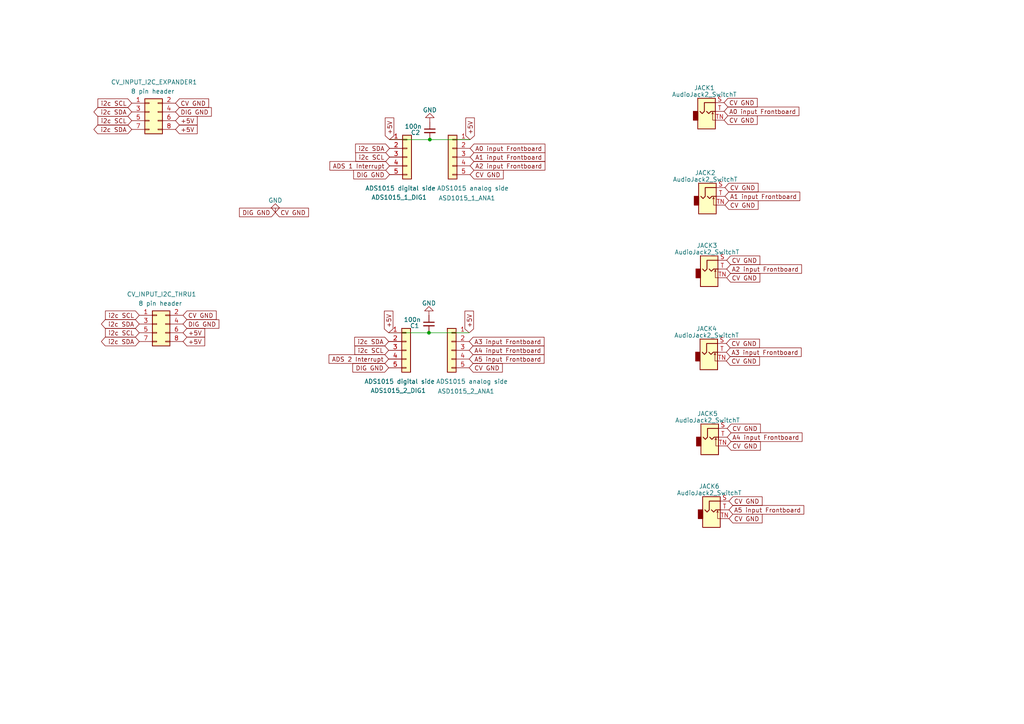
<source format=kicad_sch>
(kicad_sch (version 20231120) (generator "eeschema") (generator_version "8.0")
  (paper "A4")
  (lib_symbols
    (symbol "Connector_Audio:AudioJack2_SwitchT"
      (property "Reference" "J" (at 0 8.89 0))
      (property "Value" "AudioJack2_SwitchT" (at 0 6.35 0))
      (symbol "AudioJack2_SwitchT_0_1"
        (rectangle (start -2.54 0) (end -3.81 -2.54) (stroke (width 0.254)) (fill (type outline)))
        (polyline (pts (xy 1.778 -0.254) (xy 2.032 -0.762)))
        (polyline (pts (xy 0 0) (xy 0.635 -0.635) (xy 1.27 0) (xy 2.54 0)) (stroke (width 0.254)))
        (polyline (pts (xy 2.54 -2.54) (xy 1.778 -2.54) (xy 1.778 -0.254) (xy 1.524 -0.762)))
        (polyline (pts (xy 2.54 2.54) (xy -0.635 2.54) (xy -0.635 0) (xy -1.27 -0.635) (xy -1.905 0)) (stroke (width 0.254)))
        (rectangle (start 2.54 3.81) (end -2.54 -5.08) (stroke (width 0.254)) (fill (type background)))
      )
      (symbol "AudioJack2_SwitchT_1_1"
        (pin passive line (at 5.08 2.54 180) (length 2.54) (name "~") (number "S"))
        (pin passive line (at 5.08 0 180) (length 2.54) (name "~") (number "T"))
        (pin passive line (at 5.08 -2.54 180) (length 2.54) (name "~") (number "TN"))
      )
    )
    (symbol "Connector_Generic:Conn_01x05" (pin_names (offset 1.016) hide)
      (property "Reference" "J" (at 0 7.62 0))
      (property "Value" "Conn_01x05" (at 0 -7.62 0))
      (symbol "Conn_01x05_1_1"
        (rectangle (start -1.27 -4.953) (end 0 -5.207) (stroke (width 0.1524)))
        (rectangle (start -1.27 -2.413) (end 0 -2.667) (stroke (width 0.1524)))
        (rectangle (start -1.27 0.127) (end 0 -0.127) (stroke (width 0.1524)))
        (rectangle (start -1.27 2.667) (end 0 2.413) (stroke (width 0.1524)))
        (rectangle (start -1.27 5.207) (end 0 4.953) (stroke (width 0.1524)))
        (rectangle (start -1.27 6.35) (end 1.27 -6.35) (stroke (width 0.254)) (fill (type background)))
        (pin passive line (at -5.08 5.08 0) (length 3.81) (name "Pin_1") (number "1"))
        (pin passive line (at -5.08 2.54 0) (length 3.81) (name "Pin_2") (number "2"))
        (pin passive line (at -5.08 0 0) (length 3.81) (name "Pin_3") (number "3"))
        (pin passive line (at -5.08 -2.54 0) (length 3.81) (name "Pin_4") (number "4"))
        (pin passive line (at -5.08 -5.08 0) (length 3.81) (name "Pin_5") (number "5"))
      )
    )
    (symbol "Connector_Generic:Conn_02x04_Odd_Even" (pin_names (offset 1.016) hide)
      (property "Reference" "J" (at 1.27 5.08 0))
      (property "Value" "Conn_02x04_Odd_Even" (at 1.27 -7.62 0))
      (symbol "Conn_02x04_Odd_Even_1_1"
        (rectangle (start -1.27 -4.953) (end 0 -5.207) (stroke (width 0.1524)))
        (rectangle (start -1.27 -2.413) (end 0 -2.667) (stroke (width 0.1524)))
        (rectangle (start -1.27 0.127) (end 0 -0.127) (stroke (width 0.1524)))
        (rectangle (start -1.27 2.667) (end 0 2.413) (stroke (width 0.1524)))
        (rectangle (start -1.27 3.81) (end 3.81 -6.35) (stroke (width 0.254)) (fill (type background)))
        (rectangle (start 3.81 -4.953) (end 2.54 -5.207) (stroke (width 0.1524)))
        (rectangle (start 3.81 -2.413) (end 2.54 -2.667) (stroke (width 0.1524)))
        (rectangle (start 3.81 0.127) (end 2.54 -0.127) (stroke (width 0.1524)))
        (rectangle (start 3.81 2.667) (end 2.54 2.413) (stroke (width 0.1524)))
        (pin passive line (at -5.08 2.54 0) (length 3.81) (name "Pin_1") (number "1"))
        (pin passive line (at 7.62 2.54 180) (length 3.81) (name "Pin_2") (number "2"))
        (pin passive line (at -5.08 0 0) (length 3.81) (name "Pin_3") (number "3"))
        (pin passive line (at 7.62 0 180) (length 3.81) (name "Pin_4") (number "4"))
        (pin passive line (at -5.08 -2.54 0) (length 3.81) (name "Pin_5") (number "5"))
        (pin passive line (at 7.62 -2.54 180) (length 3.81) (name "Pin_6") (number "6"))
        (pin passive line (at -5.08 -5.08 0) (length 3.81) (name "Pin_7") (number "7"))
        (pin passive line (at 7.62 -5.08 180) (length 3.81) (name "Pin_8") (number "8"))
      )
    )
    (symbol "Device:C_Small" (pin_numbers hide) (pin_names (offset 0.254) hide)
      (property "Reference" "C" (at 0.254 1.778 0))
      (property "Value" "C_Small" (at 0.254 -2.032 0))
      (symbol "C_Small_0_1"
        (polyline (pts (xy -1.524 -0.508) (xy 1.524 -0.508)) (stroke (width 0.3302)))
        (polyline (pts (xy -1.524 0.508) (xy 1.524 0.508)) (stroke (width 0.3048)))
      )
      (symbol "C_Small_1_1"
        (pin passive line (at 0 2.54 270) (length 2.032) (name "~") (number "1"))
        (pin passive line (at 0 -2.54 90) (length 2.032) (name "~") (number "2"))
      )
    )
    (symbol "power:GND" (power) (pin_names (offset 0))
      (property "Value" "GND" (at 0 -3.81 0))
      (symbol "GND_0_1"
        (polyline (pts (xy 0 0) (xy 0 -1.27) (xy 1.27 -1.27) (xy 0 -2.54) (xy -1.27 -1.27) (xy 0 -1.27)))
      )
      (symbol "GND_1_1"
        (pin power_in line (at 0 0 270) (length 0) hide (name "GND") (number "1"))
      )
    )
  )
  (junction (at 124.4092 96.52))
  (junction (at 124.6632 40.4876))
  (wire (pts (xy 112.7252 96.52) (xy 124.4092 96.52)))
  (wire (pts (xy 124.6632 40.4876) (xy 136.3472 40.4876)))
  (wire (pts (xy 112.9792 40.4876) (xy 124.6632 40.4876)))
  (wire (pts (xy 124.4092 96.52) (xy 136.0932 96.52)))
  (global_label "ADS 1 Interrupt" (shape input) (at 112.9792 48.1076 180) (property "Intersheetrefs" "${INTERSHEET_REFS}" (effects (hide yes))))
  (global_label "i2c SDA" (shape bidirectional) (at 40.386 99.06 180) (property "Intersheetrefs" "${INTERSHEET_REFS}" (effects (hide yes))))
  (global_label "+5V" (shape input) (at 53.086 96.52 0) (property "Intersheetrefs" "${INTERSHEET_REFS}" (effects (hide yes))))
  (global_label "DIG GND" (shape input) (at 53.086 93.98 0) (property "Intersheetrefs" "${INTERSHEET_REFS}" (effects (hide yes))))
  (global_label "CV GND" (shape input) (at 136.3472 50.6476 0) (property "Intersheetrefs" "${INTERSHEET_REFS}" (effects (hide yes))))
  (global_label "i2c SCL" (shape input) (at 40.386 96.52 180) (property "Intersheetrefs" "${INTERSHEET_REFS}" (effects (hide yes))))
  (global_label "CV GND" (shape input) (at 50.9016 29.9212 0) (property "Intersheetrefs" "${INTERSHEET_REFS}" (effects (hide yes))))
  (global_label "A5 input Frontboard" (shape input) (at 211.4296 147.8788 0) (property "Intersheetrefs" "${INTERSHEET_REFS}" (effects (hide yes))))
  (global_label "DIG GND" (shape input) (at 50.9016 32.4612 0) (property "Intersheetrefs" "${INTERSHEET_REFS}" (effects (hide yes))))
  (global_label "CV GND" (shape input) (at 211.4296 150.4188 0) (property "Intersheetrefs" "${INTERSHEET_REFS}" (effects (hide yes))))
  (global_label "CV GND" (shape input) (at 210.9216 124.2568 0) (property "Intersheetrefs" "${INTERSHEET_REFS}" (effects (hide yes))))
  (global_label "i2c SCL" (shape input) (at 112.7252 101.6 180) (property "Intersheetrefs" "${INTERSHEET_REFS}" (effects (hide yes))))
  (global_label "ADS 2 Interrupt" (shape input) (at 112.7252 104.14 180) (property "Intersheetrefs" "${INTERSHEET_REFS}" (effects (hide yes))))
  (global_label "DIG GND" (shape input) (at 112.9792 50.6476 180) (property "Intersheetrefs" "${INTERSHEET_REFS}" (effects (hide yes))))
  (global_label "+5V" (shape input) (at 53.086 99.06 0) (property "Intersheetrefs" "${INTERSHEET_REFS}" (effects (hide yes))))
  (global_label "A4 input Frontboard" (shape input) (at 136.0932 101.6 0) (property "Intersheetrefs" "${INTERSHEET_REFS}" (effects (hide yes))))
  (global_label "A3 input Frontboard" (shape input) (at 136.0932 99.06 0) (property "Intersheetrefs" "${INTERSHEET_REFS}" (effects (hide yes))))
  (global_label "A0 input Frontboard" (shape input) (at 136.3472 43.0276 0) (property "Intersheetrefs" "${INTERSHEET_REFS}" (effects (hide yes))))
  (global_label "i2c SDA" (shape bidirectional) (at 38.2016 37.5412 180) (property "Intersheetrefs" "${INTERSHEET_REFS}" (effects (hide yes))))
  (global_label "i2c SDA" (shape bidirectional) (at 40.386 93.98 180) (property "Intersheetrefs" "${INTERSHEET_REFS}" (effects (hide yes))))
  (global_label "A1 input Frontboard" (shape input) (at 210.2612 56.9468 0) (property "Intersheetrefs" "${INTERSHEET_REFS}" (effects (hide yes))))
  (global_label "+5V" (shape input) (at 50.9016 35.0012 0) (property "Intersheetrefs" "${INTERSHEET_REFS}" (effects (hide yes))))
  (global_label "CV GND" (shape input) (at 210.2612 54.4068 0) (property "Intersheetrefs" "${INTERSHEET_REFS}" (effects (hide yes))))
  (global_label "+5V" (shape input) (at 136.0932 96.52 90) (property "Intersheetrefs" "${INTERSHEET_REFS}" (effects (hide yes))))
  (global_label "CV GND" (shape input) (at 210.9216 129.3368 0) (property "Intersheetrefs" "${INTERSHEET_REFS}" (effects (hide yes))))
  (global_label "A1 input Frontboard" (shape input) (at 136.3472 45.5676 0) (property "Intersheetrefs" "${INTERSHEET_REFS}" (effects (hide yes))))
  (global_label "A3 input Frontboard" (shape input) (at 210.6676 102.1588 0) (property "Intersheetrefs" "${INTERSHEET_REFS}" (effects (hide yes))))
  (global_label "CV GND" (shape input) (at 210.2612 59.4868 0) (property "Intersheetrefs" "${INTERSHEET_REFS}" (effects (hide yes))))
  (global_label "i2c SCL" (shape input) (at 38.2016 35.0012 180) (property "Intersheetrefs" "${INTERSHEET_REFS}" (effects (hide yes))))
  (global_label "i2c SCL" (shape input) (at 38.2016 29.9212 180) (property "Intersheetrefs" "${INTERSHEET_REFS}" (effects (hide yes))))
  (global_label "CV GND" (shape input) (at 210.6676 99.6188 0) (property "Intersheetrefs" "${INTERSHEET_REFS}" (effects (hide yes))))
  (global_label "A4 input Frontboard" (shape input) (at 210.9216 126.7968 0) (property "Intersheetrefs" "${INTERSHEET_REFS}" (effects (hide yes))))
  (global_label "A2 input Frontboard" (shape input) (at 210.7692 78.0288 0) (property "Intersheetrefs" "${INTERSHEET_REFS}" (effects (hide yes))))
  (global_label "A5 input Frontboard" (shape input) (at 136.0932 104.14 0) (property "Intersheetrefs" "${INTERSHEET_REFS}" (effects (hide yes))))
  (global_label "CV GND" (shape input) (at 79.8576 61.6204 0) (property "Intersheetrefs" "${INTERSHEET_REFS}" (effects (hide yes))))
  (global_label "+5V" (shape input) (at 112.9792 40.4876 90) (property "Intersheetrefs" "${INTERSHEET_REFS}" (effects (hide yes))))
  (global_label "+5V" (shape input) (at 136.3472 40.4876 90) (property "Intersheetrefs" "${INTERSHEET_REFS}" (effects (hide yes))))
  (global_label "+5V" (shape input) (at 112.7252 96.52 90) (property "Intersheetrefs" "${INTERSHEET_REFS}" (effects (hide yes))))
  (global_label "CV GND" (shape input) (at 211.4296 145.3388 0) (property "Intersheetrefs" "${INTERSHEET_REFS}" (effects (hide yes))))
  (global_label "A2 input Frontboard" (shape input) (at 136.3472 48.1076 0) (property "Intersheetrefs" "${INTERSHEET_REFS}" (effects (hide yes))))
  (global_label "+5V" (shape input) (at 50.9016 37.5412 0) (property "Intersheetrefs" "${INTERSHEET_REFS}" (effects (hide yes))))
  (global_label "i2c SCL" (shape input) (at 112.9792 45.5676 180) (property "Intersheetrefs" "${INTERSHEET_REFS}" (effects (hide yes))))
  (global_label "A0 input Frontboard" (shape input) (at 210.0072 32.3088 0) (property "Intersheetrefs" "${INTERSHEET_REFS}" (effects (hide yes))))
  (global_label "i2c SDA" (shape input) (at 112.9792 43.0276 180) (property "Intersheetrefs" "${INTERSHEET_REFS}" (effects (hide yes))))
  (global_label "CV GND" (shape input) (at 136.0932 106.68 0) (property "Intersheetrefs" "${INTERSHEET_REFS}" (effects (hide yes))))
  (global_label "i2c SDA" (shape input) (at 112.7252 99.06 180) (property "Intersheetrefs" "${INTERSHEET_REFS}" (effects (hide yes))))
  (global_label "CV GND" (shape input) (at 210.0072 29.7688 0) (property "Intersheetrefs" "${INTERSHEET_REFS}" (effects (hide yes))))
  (global_label "i2c SCL" (shape input) (at 40.386 91.44 180) (property "Intersheetrefs" "${INTERSHEET_REFS}" (effects (hide yes))))
  (global_label "CV GND" (shape input) (at 210.7692 75.4888 0) (property "Intersheetrefs" "${INTERSHEET_REFS}" (effects (hide yes))))
  (global_label "CV GND" (shape input) (at 53.086 91.44 0) (property "Intersheetrefs" "${INTERSHEET_REFS}" (effects (hide yes))))
  (global_label "CV GND" (shape input) (at 210.6676 104.6988 0) (property "Intersheetrefs" "${INTERSHEET_REFS}" (effects (hide yes))))
  (global_label "i2c SDA" (shape bidirectional) (at 38.2016 32.4612 180) (property "Intersheetrefs" "${INTERSHEET_REFS}" (effects (hide yes))))
  (global_label "CV GND" (shape input) (at 210.0072 34.8488 0) (property "Intersheetrefs" "${INTERSHEET_REFS}" (effects (hide yes))))
  (global_label "DIG GND" (shape input) (at 112.7252 106.68 180) (property "Intersheetrefs" "${INTERSHEET_REFS}" (effects (hide yes))))
  (global_label "CV GND" (shape input) (at 210.7692 80.5688 0) (property "Intersheetrefs" "${INTERSHEET_REFS}" (effects (hide yes))))
  (global_label "DIG GND" (shape input) (at 79.8576 61.6204 180) (property "Intersheetrefs" "${INTERSHEET_REFS}" (effects (hide yes))))
  (symbol (lib_id "power:GND") (at 79.8576 61.6204 180) (unit 1)
    (property "Reference" "#PWR01" (effects (hide yes)))
    (property "Value" "GND" (at 79.8576 58.1185 0))
  )
  (symbol (lib_id "Device:C_Small") (at 124.4092 93.98 0) (unit 1)
    (property "Reference" "C1" (at 121.6152 94.488 0) (effects (justify right)))
    (property "Value" "100n" (at 122.0851 92.7091 0) (effects (justify right)))
    (property "Footprint" "Capacitor_THT:C_Disc_D5.0mm_W2.5mm_P5.00mm" (effects (hide yes)))
  )
  (symbol (lib_id "Connector_Generic:Conn_01x05") (at 117.8052 101.6 0) (unit 1)
    (property "Reference" "ADS1015_2_DIG1" (at 107.442 113.284 0) (effects (justify left)))
    (property "Value" "ADS1015 digital side" (at 105.664 110.6424 0) (effects (justify left)))
    (property "Footprint" "Connector_PinSocket_2.54mm:PinSocket_1x05_P2.54mm_Vertical" (effects (hide yes)))
  )
  (symbol (lib_id "Connector_Generic:Conn_01x05") (at 131.2672 45.5676 0) (mirror y) (unit 1)
    (property "Reference" "ASD1015_1_ANA1" (at 143.6624 57.4548 0) (effects (justify left)))
    (property "Value" "ADS1015 analog side" (at 147.574 54.61 0) (effects (justify left)))
    (property "Footprint" "Connector_PinSocket_2.54mm:PinSocket_1x05_P2.54mm_Vertical" (effects (hide yes)))
  )
  (symbol (lib_id "Connector_Generic:Conn_02x04_Odd_Even") (at 45.466 93.98 0) (unit 1)
    (property "Reference" "CV_INPUT_I2C_THRU1" (at 46.863 85.344 0))
    (property "Value" "8 pin header" (at 46.482 88.011 0))
    (property "Footprint" "Connector_PinHeader_2.54mm:PinHeader_2x04_P2.54mm_Vertical" (effects (hide yes)))
  )
  (symbol (lib_id "Connector_Audio:AudioJack2_SwitchT") (at 205.5876 102.1588 0) (unit 1)
    (property "Reference" "JACK4" (at 204.9526 95.3389 0))
    (property "Value" "AudioJack2_SwitchT" (at 204.9526 97.2599 0))
    (property "Footprint" "Connector_Audio:Jack_3.5mm_QingPu_WQP-PJ398SM_Vertical_CircularHoles" (effects (hide yes)))
  )
  (symbol (lib_id "power:GND") (at 124.4092 91.44 180) (unit 1)
    (property "Reference" "#PWR02" (effects (hide yes)))
    (property "Value" "GND" (at 124.4092 87.9381 0))
  )
  (symbol (lib_id "Connector_Generic:Conn_01x05") (at 131.0132 101.6 0) (mirror y) (unit 1)
    (property "Reference" "ASD1015_2_ANA1" (at 143.4084 113.4872 0) (effects (justify left)))
    (property "Value" "ADS1015 analog side" (at 147.32 110.6424 0) (effects (justify left)))
    (property "Footprint" "Connector_PinSocket_2.54mm:PinSocket_1x05_P2.54mm_Vertical" (effects (hide yes)))
  )
  (symbol (lib_id "power:GND") (at 124.6632 35.4076 180) (unit 1)
    (property "Reference" "#PWR03" (effects (hide yes)))
    (property "Value" "GND" (at 124.6632 31.9057 0))
  )
  (symbol (lib_id "Connector_Audio:AudioJack2_SwitchT") (at 206.3496 147.8788 0) (unit 1)
    (property "Reference" "JACK6" (at 205.7146 141.0589 0))
    (property "Value" "AudioJack2_SwitchT" (at 205.7146 142.9799 0))
    (property "Footprint" "Connector_Audio:Jack_3.5mm_QingPu_WQP-PJ398SM_Vertical_CircularHoles" (effects (hide yes)))
  )
  (symbol (lib_id "Device:C_Small") (at 124.6632 37.9476 0) (unit 1)
    (property "Reference" "C2" (at 121.8692 38.4556 0) (effects (justify right)))
    (property "Value" "100n" (at 122.3391 36.6767 0) (effects (justify right)))
    (property "Footprint" "Capacitor_THT:C_Disc_D5.0mm_W2.5mm_P5.00mm" (effects (hide yes)))
  )
  (symbol (lib_id "Connector_Generic:Conn_02x04_Odd_Even") (at 43.2816 32.4612 0) (unit 1)
    (property "Reference" "CV_INPUT_I2C_EXPANDER1" (at 44.6786 23.8252 0))
    (property "Value" "8 pin header" (at 44.2976 26.4922 0))
    (property "Footprint" "Connector_PinHeader_2.54mm:PinHeader_2x04_P2.54mm_Vertical" (effects (hide yes)))
  )
  (symbol (lib_id "Connector_Audio:AudioJack2_SwitchT") (at 205.6892 78.0288 0) (unit 1)
    (property "Reference" "JACK3" (at 205.0542 71.2089 0))
    (property "Value" "AudioJack2_SwitchT" (at 205.0542 73.1299 0))
    (property "Footprint" "Connector_Audio:Jack_3.5mm_QingPu_WQP-PJ398SM_Vertical_CircularHoles" (effects (hide yes)))
  )
  (symbol (lib_id "Connector_Audio:AudioJack2_SwitchT") (at 205.8416 126.7968 0) (unit 1)
    (property "Reference" "JACK5" (at 205.2066 119.9769 0))
    (property "Value" "AudioJack2_SwitchT" (at 205.2066 121.8979 0))
    (property "Footprint" "Connector_Audio:Jack_3.5mm_QingPu_WQP-PJ398SM_Vertical_CircularHoles" (effects (hide yes)))
  )
  (symbol (lib_id "Connector_Generic:Conn_01x05") (at 118.0592 45.5676 0) (unit 1)
    (property "Reference" "ADS1015_1_DIG1" (at 107.696 57.2516 0) (effects (justify left)))
    (property "Value" "ADS1015 digital side" (at 105.918 54.61 0) (effects (justify left)))
    (property "Footprint" "Connector_PinSocket_2.54mm:PinSocket_1x05_P2.54mm_Vertical" (effects (hide yes)))
  )
  (symbol (lib_id "Connector_Audio:AudioJack2_SwitchT") (at 204.9272 32.3088 0) (unit 1)
    (property "Reference" "JACK1" (at 204.2922 25.4889 0))
    (property "Value" "AudioJack2_SwitchT" (at 204.2922 27.4099 0))
    (property "Footprint" "Connector_Audio:Jack_3.5mm_QingPu_WQP-PJ398SM_Vertical_CircularHoles" (effects (hide yes)))
  )
  (symbol (lib_id "Connector_Audio:AudioJack2_SwitchT") (at 205.1812 56.9468 0) (unit 1)
    (property "Reference" "JACK2" (at 204.5462 50.1269 0))
    (property "Value" "AudioJack2_SwitchT" (at 204.5462 52.0479 0))
    (property "Footprint" "Connector_Audio:Jack_3.5mm_QingPu_WQP-PJ398SM_Vertical_CircularHoles" (effects (hide yes)))
  )
)
</source>
